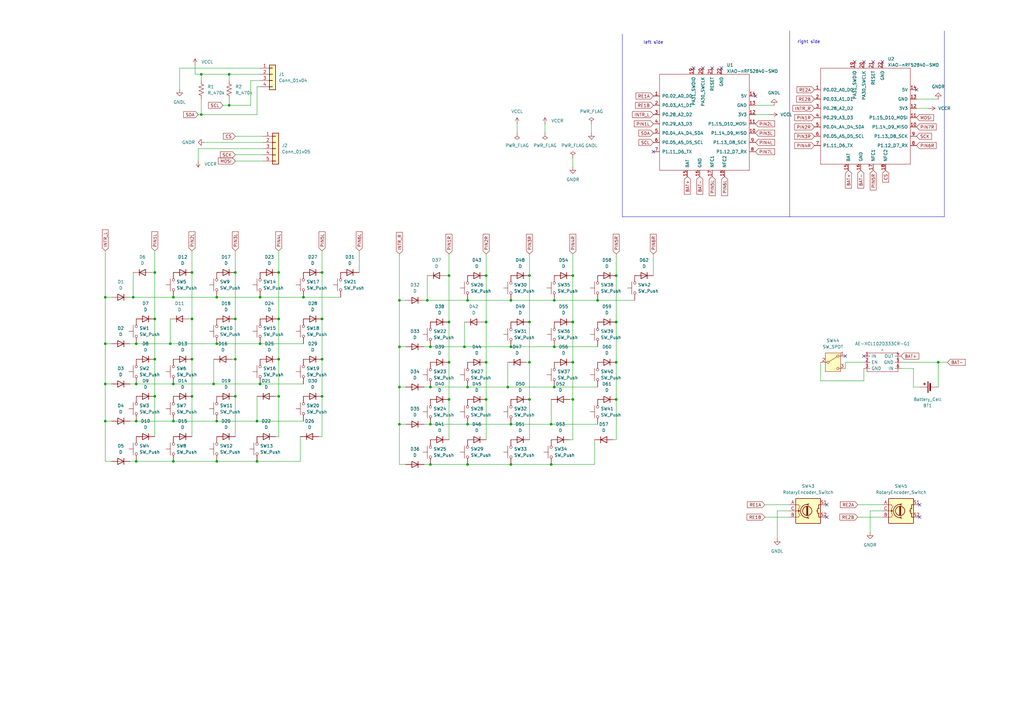
<source format=kicad_sch>
(kicad_sch (version 20250114) (generator "eeschema") (generator_version "9.0")
  (paper "A3")
  (text "left side\n" (exclude_from_sim yes) (at 267.97 17.526 0) (effects (font (size 1.27 1.27))))
  (text "right side" (exclude_from_sim yes) (at 331.724 17.272 0) (effects (font (size 1.27 1.27))))
  (junction (at 191.77 158.75))
  (junction (at 96.52 111.76))
  (junction (at 199.39 132.08))
  (junction (at 217.17 148.59))
  (junction (at 93.98 30.48))
  (junction (at 184.15 132.08))
  (junction (at 227.33 158.75))
  (junction (at 132.08 111.76))
  (junction (at 252.73 148.59))
  (junction (at 114.3 147.32))
  (junction (at 71.12 189.23))
  (junction (at 43.18 121.92))
  (junction (at 88.9 172.72))
  (junction (at 88.9 189.23))
  (junction (at 82.55 46.99))
  (junction (at 234.95 113.03))
  (junction (at 55.88 172.72))
  (junction (at 71.12 157.48))
  (junction (at 63.5 147.32))
  (junction (at 227.33 123.19))
  (junction (at 184.15 148.59))
  (junction (at 88.9 140.97))
  (junction (at 209.55 173.99))
  (junction (at 199.39 148.59))
  (junction (at 226.06 190.5))
  (junction (at 252.73 132.08))
  (junction (at 93.98 43.18))
  (junction (at 106.68 121.92))
  (junction (at 191.77 123.19))
  (junction (at 114.3 130.81))
  (junction (at 199.39 113.03))
  (junction (at 63.5 111.76))
  (junction (at 105.41 189.23))
  (junction (at 88.9 121.92))
  (junction (at 209.55 142.24))
  (junction (at 78.74 162.56))
  (junction (at 217.17 132.08))
  (junction (at 124.46 121.92))
  (junction (at 63.5 130.81))
  (junction (at 82.55 30.48))
  (junction (at 163.83 158.75))
  (junction (at 55.88 140.97))
  (junction (at 163.83 123.19))
  (junction (at 43.18 172.72))
  (junction (at 384.81 148.59))
  (junction (at 78.74 111.76))
  (junction (at 71.12 172.72))
  (junction (at 209.55 190.5))
  (junction (at 190.5 142.24))
  (junction (at 69.85 140.97))
  (junction (at 227.33 142.24))
  (junction (at 114.3 111.76))
  (junction (at 96.52 147.32))
  (junction (at 132.08 147.32))
  (junction (at 191.77 190.5))
  (junction (at 208.28 158.75))
  (junction (at 234.95 163.83))
  (junction (at 54.61 121.92))
  (junction (at 114.3 162.56))
  (junction (at 55.88 157.48))
  (junction (at 71.12 121.92))
  (junction (at 176.53 142.24))
  (junction (at 78.74 130.81))
  (junction (at 199.39 163.83))
  (junction (at 252.73 113.03))
  (junction (at 252.73 163.83))
  (junction (at 78.74 147.32))
  (junction (at 163.83 142.24))
  (junction (at 191.77 173.99))
  (junction (at 226.06 173.99))
  (junction (at 163.83 173.99))
  (junction (at 184.15 113.03))
  (junction (at 132.08 130.81))
  (junction (at 176.53 158.75))
  (junction (at 175.26 123.19))
  (junction (at 217.17 113.03))
  (junction (at 96.52 130.81))
  (junction (at 55.88 189.23))
  (junction (at 96.52 162.56))
  (junction (at 43.18 157.48))
  (junction (at 176.53 190.5))
  (junction (at 245.11 123.19))
  (junction (at 132.08 162.56))
  (junction (at 234.95 132.08))
  (junction (at 43.18 140.97))
  (junction (at 176.53 173.99))
  (junction (at 184.15 163.83))
  (junction (at 105.41 172.72))
  (junction (at 217.17 163.83))
  (junction (at 209.55 123.19))
  (junction (at 106.68 140.97))
  (junction (at 87.63 157.48))
  (junction (at 106.68 157.48))
  (junction (at 63.5 162.56))
  (junction (at 234.95 148.59))
  (no_connect (at 309.88 39.37))
  (no_connect (at 377.19 212.09))
  (no_connect (at 361.95 25.4))
  (no_connect (at 292.1 27.94))
  (no_connect (at 295.91 27.94))
  (no_connect (at 339.09 207.01))
  (no_connect (at 354.33 25.4))
  (no_connect (at 358.14 25.4))
  (no_connect (at 339.09 212.09))
  (no_connect (at 288.29 27.94))
  (no_connect (at 375.92 36.83))
  (no_connect (at 284.48 27.94))
  (no_connect (at 377.19 207.01))
  (no_connect (at 267.97 62.23))
  (no_connect (at 350.52 25.4))
  (no_connect (at 354.33 146.05))
  (no_connect (at 346.71 146.05))
  (wire (pts (xy 374.65 158.75) (xy 377.19 158.75)))
  (wire (pts (xy 209.55 123.19) (xy 227.33 123.19)))
  (wire (pts (xy 245.11 123.19) (xy 260.35 123.19)))
  (wire (pts (xy 217.17 104.14) (xy 217.17 113.03)))
  (wire (pts (xy 209.55 142.24) (xy 227.33 142.24)))
  (wire (pts (xy 102.87 33.02) (xy 106.68 33.02)))
  (wire (pts (xy 234.95 113.03) (xy 234.95 132.08)))
  (wire (pts (xy 82.55 46.99) (xy 81.28 46.99)))
  (wire (pts (xy 313.69 212.09) (xy 323.85 212.09)))
  (wire (pts (xy 351.79 207.01) (xy 361.95 207.01)))
  (wire (pts (xy 96.52 55.88) (xy 107.95 55.88)))
  (wire (pts (xy 163.83 173.99) (xy 166.37 173.99)))
  (wire (pts (xy 95.25 147.32) (xy 96.52 147.32)))
  (wire (pts (xy 184.15 132.08) (xy 184.15 148.59)))
  (wire (pts (xy 106.68 157.48) (xy 124.46 157.48)))
  (wire (pts (xy 199.39 163.83) (xy 199.39 180.34)))
  (wire (pts (xy 71.12 157.48) (xy 87.63 157.48)))
  (wire (pts (xy 132.08 179.07) (xy 130.81 179.07)))
  (wire (pts (xy 96.52 66.04) (xy 107.95 66.04)))
  (wire (pts (xy 43.18 140.97) (xy 43.18 157.48)))
  (wire (pts (xy 53.34 189.23) (xy 55.88 189.23)))
  (wire (pts (xy 132.08 130.81) (xy 132.08 147.32)))
  (wire (pts (xy 252.73 148.59) (xy 252.73 163.83)))
  (wire (pts (xy 96.52 130.81) (xy 96.52 147.32)))
  (wire (pts (xy 78.74 130.81) (xy 78.74 147.32)))
  (wire (pts (xy 87.63 147.32) (xy 87.63 157.48)))
  (wire (pts (xy 163.83 158.75) (xy 166.37 158.75)))
  (wire (pts (xy 184.15 104.14) (xy 184.15 113.03)))
  (wire (pts (xy 384.81 148.59) (xy 384.81 158.75)))
  (wire (pts (xy 53.34 140.97) (xy 55.88 140.97)))
  (wire (pts (xy 81.28 60.96) (xy 107.95 60.96)))
  (wire (pts (xy 82.55 40.64) (xy 82.55 46.99)))
  (wire (pts (xy 63.5 130.81) (xy 63.5 147.32)))
  (wire (pts (xy 212.09 54.61) (xy 212.09 50.8)))
  (wire (pts (xy 54.61 121.92) (xy 71.12 121.92)))
  (wire (pts (xy 93.98 30.48) (xy 93.98 33.02)))
  (wire (pts (xy 96.52 147.32) (xy 96.52 162.56)))
  (wire (pts (xy 78.74 102.87) (xy 78.74 111.76)))
  (wire (pts (xy 55.88 189.23) (xy 71.12 189.23)))
  (wire (pts (xy 88.9 172.72) (xy 105.41 172.72)))
  (wire (pts (xy 388.62 148.59) (xy 384.81 148.59)))
  (wire (pts (xy 82.55 30.48) (xy 80.01 30.48)))
  (polyline (pts (xy 323.85 12.7) (xy 323.85 88.9)))
  (wire (pts (xy 43.18 172.72) (xy 43.18 189.23)))
  (wire (pts (xy 163.83 104.14) (xy 163.83 123.19)))
  (wire (pts (xy 106.68 30.48) (xy 93.98 30.48)))
  (wire (pts (xy 80.01 26.67) (xy 80.01 30.48)))
  (wire (pts (xy 43.18 140.97) (xy 45.72 140.97)))
  (wire (pts (xy 209.55 173.99) (xy 226.06 173.99)))
  (wire (pts (xy 106.68 27.94) (xy 73.66 27.94)))
  (polyline (pts (xy 323.85 88.9) (xy 387.35 88.9)))
  (wire (pts (xy 163.83 123.19) (xy 163.83 142.24)))
  (wire (pts (xy 173.99 142.24) (xy 176.53 142.24)))
  (wire (pts (xy 105.41 46.99) (xy 105.41 35.56)))
  (wire (pts (xy 173.99 190.5) (xy 176.53 190.5)))
  (wire (pts (xy 199.39 113.03) (xy 199.39 132.08)))
  (wire (pts (xy 147.32 102.87) (xy 147.32 111.76)))
  (wire (pts (xy 102.87 43.18) (xy 93.98 43.18)))
  (wire (pts (xy 114.3 162.56) (xy 114.3 179.07)))
  (wire (pts (xy 309.88 46.99) (xy 316.23 46.99)))
  (wire (pts (xy 63.5 147.32) (xy 63.5 162.56)))
  (wire (pts (xy 78.74 111.76) (xy 78.74 130.81)))
  (wire (pts (xy 105.41 189.23) (xy 123.19 189.23)))
  (wire (pts (xy 252.73 163.83) (xy 252.73 180.34)))
  (polyline (pts (xy 255.27 88.9) (xy 323.85 88.9)))
  (wire (pts (xy 96.52 162.56) (xy 96.52 179.07)))
  (wire (pts (xy 191.77 190.5) (xy 209.55 190.5)))
  (wire (pts (xy 190.5 142.24) (xy 209.55 142.24)))
  (wire (pts (xy 88.9 140.97) (xy 106.68 140.97)))
  (wire (pts (xy 105.41 46.99) (xy 82.55 46.99)))
  (wire (pts (xy 87.63 157.48) (xy 106.68 157.48)))
  (wire (pts (xy 374.65 151.13) (xy 369.57 151.13)))
  (wire (pts (xy 62.23 111.76) (xy 63.5 111.76)))
  (wire (pts (xy 163.83 158.75) (xy 163.83 173.99)))
  (wire (pts (xy 208.28 158.75) (xy 227.33 158.75)))
  (wire (pts (xy 63.5 102.87) (xy 63.5 111.76)))
  (wire (pts (xy 132.08 162.56) (xy 132.08 179.07)))
  (wire (pts (xy 173.99 158.75) (xy 176.53 158.75)))
  (wire (pts (xy 354.33 151.13) (xy 354.33 156.21)))
  (wire (pts (xy 53.34 121.92) (xy 54.61 121.92)))
  (wire (pts (xy 375.92 44.45) (xy 381 44.45)))
  (wire (pts (xy 43.18 189.23) (xy 45.72 189.23)))
  (wire (pts (xy 182.88 113.03) (xy 184.15 113.03)))
  (wire (pts (xy 132.08 102.87) (xy 132.08 111.76)))
  (wire (pts (xy 82.55 30.48) (xy 82.55 33.02)))
  (wire (pts (xy 226.06 173.99) (xy 245.11 173.99)))
  (wire (pts (xy 217.17 113.03) (xy 217.17 132.08)))
  (wire (pts (xy 114.3 111.76) (xy 114.3 130.81)))
  (wire (pts (xy 114.3 130.81) (xy 114.3 147.32)))
  (wire (pts (xy 233.68 163.83) (xy 234.95 163.83)))
  (wire (pts (xy 233.68 180.34) (xy 234.95 180.34)))
  (wire (pts (xy 208.28 148.59) (xy 208.28 158.75)))
  (wire (pts (xy 163.83 190.5) (xy 166.37 190.5)))
  (wire (pts (xy 173.99 173.99) (xy 176.53 173.99)))
  (wire (pts (xy 175.26 123.19) (xy 191.77 123.19)))
  (wire (pts (xy 336.55 156.21) (xy 336.55 148.59)))
  (wire (pts (xy 96.52 102.87) (xy 96.52 111.76)))
  (wire (pts (xy 124.46 121.92) (xy 139.7 121.92)))
  (wire (pts (xy 105.41 162.56) (xy 105.41 172.72)))
  (wire (pts (xy 53.34 157.48) (xy 55.88 157.48)))
  (wire (pts (xy 43.18 102.87) (xy 43.18 121.92)))
  (wire (pts (xy 106.68 140.97) (xy 124.46 140.97)))
  (wire (pts (xy 176.53 190.5) (xy 191.77 190.5)))
  (wire (pts (xy 176.53 158.75) (xy 191.77 158.75)))
  (wire (pts (xy 78.74 147.32) (xy 78.74 162.56)))
  (wire (pts (xy 199.39 148.59) (xy 199.39 163.83)))
  (wire (pts (xy 93.98 30.48) (xy 82.55 30.48)))
  (wire (pts (xy 318.77 209.55) (xy 318.77 220.98)))
  (wire (pts (xy 184.15 113.03) (xy 184.15 132.08)))
  (wire (pts (xy 69.85 140.97) (xy 88.9 140.97)))
  (wire (pts (xy 199.39 104.14) (xy 199.39 113.03)))
  (wire (pts (xy 323.85 209.55) (xy 318.77 209.55)))
  (wire (pts (xy 234.95 104.14) (xy 234.95 113.03)))
  (wire (pts (xy 43.18 121.92) (xy 43.18 140.97)))
  (wire (pts (xy 191.77 173.99) (xy 209.55 173.99)))
  (wire (pts (xy 43.18 157.48) (xy 45.72 157.48)))
  (wire (pts (xy 252.73 180.34) (xy 251.46 180.34)))
  (wire (pts (xy 309.88 43.18) (xy 317.5 43.18)))
  (wire (pts (xy 227.33 123.19) (xy 245.11 123.19)))
  (wire (pts (xy 242.57 50.8) (xy 242.57 54.61)))
  (wire (pts (xy 354.33 156.21) (xy 336.55 156.21)))
  (wire (pts (xy 226.06 163.83) (xy 226.06 173.99)))
  (wire (pts (xy 81.28 66.04) (xy 81.28 60.96)))
  (wire (pts (xy 209.55 190.5) (xy 226.06 190.5)))
  (wire (pts (xy 63.5 162.56) (xy 63.5 179.07)))
  (wire (pts (xy 199.39 132.08) (xy 199.39 148.59)))
  (wire (pts (xy 71.12 189.23) (xy 88.9 189.23)))
  (wire (pts (xy 375.92 40.64) (xy 384.81 40.64)))
  (wire (pts (xy 43.18 121.92) (xy 45.72 121.92)))
  (wire (pts (xy 227.33 142.24) (xy 245.11 142.24)))
  (wire (pts (xy 54.61 111.76) (xy 54.61 121.92)))
  (wire (pts (xy 173.99 123.19) (xy 175.26 123.19)))
  (wire (pts (xy 106.68 121.92) (xy 124.46 121.92)))
  (wire (pts (xy 71.12 172.72) (xy 88.9 172.72)))
  (wire (pts (xy 102.87 33.02) (xy 102.87 43.18)))
  (wire (pts (xy 93.98 43.18) (xy 91.44 43.18)))
  (wire (pts (xy 252.73 104.14) (xy 252.73 113.03)))
  (wire (pts (xy 176.53 173.99) (xy 191.77 173.99)))
  (polyline (pts (xy 387.35 12.7) (xy 387.35 88.9)))
  (wire (pts (xy 217.17 148.59) (xy 217.17 163.83)))
  (wire (pts (xy 226.06 190.5) (xy 243.84 190.5)))
  (wire (pts (xy 43.18 157.48) (xy 43.18 172.72)))
  (wire (pts (xy 175.26 113.03) (xy 175.26 123.19)))
  (wire (pts (xy 53.34 172.72) (xy 55.88 172.72)))
  (wire (pts (xy 105.41 35.56) (xy 106.68 35.56)))
  (polyline (pts (xy 255.27 13.97) (xy 255.27 88.9)))
  (wire (pts (xy 55.88 172.72) (xy 71.12 172.72)))
  (wire (pts (xy 163.83 142.24) (xy 166.37 142.24)))
  (wire (pts (xy 223.52 54.61) (xy 223.52 50.8)))
  (wire (pts (xy 55.88 140.97) (xy 69.85 140.97)))
  (wire (pts (xy 77.47 130.81) (xy 78.74 130.81)))
  (wire (pts (xy 374.65 158.75) (xy 374.65 151.13)))
  (wire (pts (xy 163.83 142.24) (xy 163.83 158.75)))
  (wire (pts (xy 252.73 132.08) (xy 252.73 148.59)))
  (wire (pts (xy 163.83 123.19) (xy 166.37 123.19)))
  (wire (pts (xy 71.12 121.92) (xy 88.9 121.92)))
  (wire (pts (xy 384.81 148.59) (xy 369.57 148.59)))
  (wire (pts (xy 346.71 148.59) (xy 346.71 151.13)))
  (wire (pts (xy 43.18 172.72) (xy 45.72 172.72)))
  (wire (pts (xy 217.17 132.08) (xy 217.17 148.59)))
  (wire (pts (xy 163.83 173.99) (xy 163.83 190.5)))
  (wire (pts (xy 361.95 209.55) (xy 356.87 209.55)))
  (wire (pts (xy 234.95 148.59) (xy 234.95 163.83)))
  (wire (pts (xy 176.53 142.24) (xy 190.5 142.24)))
  (wire (pts (xy 114.3 102.87) (xy 114.3 111.76)))
  (wire (pts (xy 234.95 132.08) (xy 234.95 148.59)))
  (wire (pts (xy 356.87 209.55) (xy 356.87 218.44)))
  (wire (pts (xy 88.9 121.92) (xy 106.68 121.92)))
  (wire (pts (xy 132.08 111.76) (xy 132.08 130.81)))
  (wire (pts (xy 267.97 104.14) (xy 267.97 113.03)))
  (wire (pts (xy 105.41 172.72) (xy 124.46 172.72)))
  (wire (pts (xy 227.33 158.75) (xy 245.11 158.75)))
  (wire (pts (xy 252.73 113.03) (xy 252.73 132.08)))
  (wire (pts (xy 55.88 157.48) (xy 71.12 157.48)))
  (wire (pts (xy 73.66 27.94) (xy 73.66 36.83)))
  (wire (pts (xy 83.82 58.42) (xy 107.95 58.42)))
  (wire (pts (xy 234.95 163.83) (xy 234.95 180.34)))
  (wire (pts (xy 313.69 207.01) (xy 323.85 207.01)))
  (wire (pts (xy 114.3 147.32) (xy 114.3 162.56)))
  (wire (pts (xy 113.03 179.07) (xy 114.3 179.07)))
  (wire (pts (xy 69.85 130.81) (xy 69.85 140.97)))
  (wire (pts (xy 243.84 180.34) (xy 243.84 190.5)))
  (wire (pts (xy 123.19 179.07) (xy 123.19 189.23)))
  (wire (pts (xy 191.77 123.19) (xy 209.55 123.19)))
  (wire (pts (xy 215.9 148.59) (xy 217.17 148.59)))
  (wire (pts (xy 96.52 63.5) (xy 107.95 63.5)))
  (wire (pts (xy 96.52 111.76) (xy 96.52 130.81)))
  (wire (pts (xy 184.15 163.83) (xy 184.15 180.34)))
  (wire (pts (xy 132.08 147.32) (xy 132.08 162.56)))
  (wire (pts (xy 88.9 189.23) (xy 105.41 189.23)))
  (wire (pts (xy 354.33 148.59) (xy 346.71 148.59)))
  (wire (pts (xy 217.17 163.83) (xy 217.17 180.34)))
  (wire (pts (xy 191.77 158.75) (xy 208.28 158.75)))
  (wire (pts (xy 190.5 132.08) (xy 190.5 142.24)))
  (wire (pts (xy 234.95 64.77) (xy 234.95 68.58)))
  (wire (pts (xy 93.98 40.64) (xy 93.98 43.18)))
  (wire (pts (xy 113.03 162.56) (xy 114.3 162.56)))
  (wire (pts (xy 78.74 162.56) (xy 78.74 179.07)))
  (wire (pts (xy 63.5 111.76) (xy 63.5 130.81)))
  (wire (pts (xy 351.79 212.09) (xy 361.95 212.09)))
  (wire (pts (xy 198.12 132.08) (xy 199.39 132.08)))
  (wire (pts (xy 184.15 148.59) (xy 184.15 163.83)))
  (global_label "PIN2R" (shape input) (at 334.01 52.07 180) (property "Intersheetrefs" "${INTERSHEET_REFS}" (effects (hide yes))))
  (global_label "BAT-" (shape input) (at 388.62 148.59 0) (property "Intersheetrefs" "${INTERSHEET_REFS}" (effects (hide yes))))
  (global_label "PIN4R" (shape input) (at 334.01 59.69 180) (property "Intersheetrefs" "${INTERSHEET_REFS}" (effects (hide yes))))
  (global_label "CS" (shape input) (at 363.22 69.85 270) (property "Intersheetrefs" "${INTERSHEET_REFS}" (effects (hide yes))))
  (global_label "RE2A" (shape input) (at 334.01 36.83 180) (property "Intersheetrefs" "${INTERSHEET_REFS}" (effects (hide yes))))
  (global_label "RE1A" (shape input) (at 267.97 39.37 180) (property "Intersheetrefs" "${INTERSHEET_REFS}" (effects (hide yes))))
  (global_label "INTR_R" (shape input) (at 163.83 104.14 90) (property "Intersheetrefs" "${INTERSHEET_REFS}" (effects (hide yes))))
  (global_label "PIN3R" (shape input) (at 334.01 55.88 180) (property "Intersheetrefs" "${INTERSHEET_REFS}" (effects (hide yes))))
  (global_label "PIN4L" (shape input) (at 309.88 58.42 0) (property "Intersheetrefs" "${INTERSHEET_REFS}" (effects (hide yes))))
  (global_label "BAT+" (shape input) (at 369.57 146.05 0) (property "Intersheetrefs" "${INTERSHEET_REFS}" (effects (hide yes))))
  (global_label "PIN5R" (shape input) (at 358.14 69.85 270) (property "Intersheetrefs" "${INTERSHEET_REFS}" (effects (hide yes))))
  (global_label "PIN1L" (shape input) (at 63.5 102.87 90) (property "Intersheetrefs" "${INTERSHEET_REFS}" (effects (hide yes))))
  (global_label "PIN6R" (shape input) (at 267.97 104.14 90) (property "Intersheetrefs" "${INTERSHEET_REFS}" (effects (hide yes))))
  (global_label "BAT+" (shape input) (at 347.98 69.85 270) (property "Intersheetrefs" "${INTERSHEET_REFS}" (effects (hide yes))))
  (global_label "CS" (shape input) (at 96.52 55.88 180) (property "Intersheetrefs" "${INTERSHEET_REFS}" (effects (hide yes))))
  (global_label "PIN1R" (shape input) (at 184.15 104.14 90) (property "Intersheetrefs" "${INTERSHEET_REFS}" (effects (hide yes))))
  (global_label "RE2B" (shape input) (at 334.01 40.64 180) (property "Intersheetrefs" "${INTERSHEET_REFS}" (effects (hide yes))))
  (global_label "RE1B" (shape input) (at 313.69 212.09 180) (property "Intersheetrefs" "${INTERSHEET_REFS}" (effects (hide yes))))
  (global_label "PIN2R" (shape input) (at 199.39 104.14 90) (property "Intersheetrefs" "${INTERSHEET_REFS}" (effects (hide yes))))
  (global_label "PIN6L" (shape input) (at 147.32 102.87 90) (property "Intersheetrefs" "${INTERSHEET_REFS}" (effects (hide yes))))
  (global_label "INTR_L" (shape input) (at 43.18 102.87 90) (property "Intersheetrefs" "${INTERSHEET_REFS}" (effects (hide yes))))
  (global_label "PIN1R" (shape input) (at 334.01 48.26 180) (property "Intersheetrefs" "${INTERSHEET_REFS}" (effects (hide yes))))
  (global_label "SCL" (shape input) (at 267.97 58.42 180) (property "Intersheetrefs" "${INTERSHEET_REFS}" (effects (hide yes))))
  (global_label "PIN2L" (shape input) (at 309.88 50.8 0) (property "Intersheetrefs" "${INTERSHEET_REFS}" (effects (hide yes))))
  (global_label "PIN3L" (shape input) (at 309.88 54.61 0) (property "Intersheetrefs" "${INTERSHEET_REFS}" (effects (hide yes))))
  (global_label "BAT-" (shape input) (at 287.02 72.39 270) (property "Intersheetrefs" "${INTERSHEET_REFS}" (effects (hide yes))))
  (global_label "BAT-" (shape input) (at 353.06 69.85 270) (property "Intersheetrefs" "${INTERSHEET_REFS}" (effects (hide yes))))
  (global_label "PIN2L" (shape input) (at 78.74 102.87 90) (property "Intersheetrefs" "${INTERSHEET_REFS}" (effects (hide yes))))
  (global_label "RE2B" (shape input) (at 351.79 212.09 180) (property "Intersheetrefs" "${INTERSHEET_REFS}" (effects (hide yes))))
  (global_label "BAT+" (shape input) (at 281.94 72.39 270) (property "Intersheetrefs" "${INTERSHEET_REFS}" (effects (hide yes))))
  (global_label "RE2A" (shape input) (at 351.79 207.01 180) (property "Intersheetrefs" "${INTERSHEET_REFS}" (effects (hide yes))))
  (global_label "PIN5L" (shape input) (at 132.08 102.87 90) (property "Intersheetrefs" "${INTERSHEET_REFS}" (effects (hide yes))))
  (global_label "SCK" (shape input) (at 96.52 63.5 180) (property "Intersheetrefs" "${INTERSHEET_REFS}" (effects (hide yes))))
  (global_label "MOSI" (shape input) (at 96.52 66.04 180) (property "Intersheetrefs" "${INTERSHEET_REFS}" (effects (hide yes))))
  (global_label "PIN4R" (shape input) (at 234.95 104.14 90) (property "Intersheetrefs" "${INTERSHEET_REFS}" (effects (hide yes))))
  (global_label "PIN7L" (shape input) (at 309.88 62.23 0) (property "Intersheetrefs" "${INTERSHEET_REFS}" (effects (hide yes))))
  (global_label "PIN7R" (shape input) (at 375.92 52.07 0) (property "Intersheetrefs" "${INTERSHEET_REFS}" (effects (hide yes))))
  (global_label "SDA" (shape input) (at 81.28 46.99 180) (property "Intersheetrefs" "${INTERSHEET_REFS}" (effects (hide yes))))
  (global_label "SDA" (shape input) (at 267.97 54.61 180) (property "Intersheetrefs" "${INTERSHEET_REFS}" (effects (hide yes))))
  (global_label "PIN4L" (shape input) (at 114.3 102.87 90) (property "Intersheetrefs" "${INTERSHEET_REFS}" (effects (hide yes))))
  (global_label "RE1A" (shape input) (at 313.69 207.01 180) (property "Intersheetrefs" "${INTERSHEET_REFS}" (effects (hide yes))))
  (global_label "PIN3L" (shape input) (at 96.52 102.87 90) (property "Intersheetrefs" "${INTERSHEET_REFS}" (effects (hide yes))))
  (global_label "INTR_L" (shape input) (at 267.97 46.99 180) (property "Intersheetrefs" "${INTERSHEET_REFS}" (effects (hide yes))))
  (global_label "SCK" (shape input) (at 375.92 55.88 0) (property "Intersheetrefs" "${INTERSHEET_REFS}" (effects (hide yes))))
  (global_label "PIN5L" (shape input) (at 292.1 72.39 270) (property "Intersheetrefs" "${INTERSHEET_REFS}" (effects (hide yes))))
  (global_label "MOSI" (shape input) (at 375.92 48.26 0) (property "Intersheetrefs" "${INTERSHEET_REFS}" (effects (hide yes))))
  (global_label "PIN3R" (shape input) (at 217.17 104.14 90) (property "Intersheetrefs" "${INTERSHEET_REFS}" (effects (hide yes))))
  (global_label "PIN1L" (shape input) (at 267.97 50.8 180) (property "Intersheetrefs" "${INTERSHEET_REFS}" (effects (hide yes))))
  (global_label "PIN6R" (shape input) (at 375.92 59.69 0) (property "Intersheetrefs" "${INTERSHEET_REFS}" (effects (hide yes))))
  (global_label "RE1B" (shape input) (at 267.97 43.18 180) (property "Intersheetrefs" "${INTERSHEET_REFS}" (effects (hide yes))))
  (global_label "INTR_R" (shape input) (at 334.01 44.45 180) (property "Intersheetrefs" "${INTERSHEET_REFS}" (effects (hide yes))))
  (global_label "PIN5R" (shape input) (at 252.73 104.14 90) (property "Intersheetrefs" "${INTERSHEET_REFS}" (effects (hide yes))))
  (global_label "PIN6L" (shape input) (at 297.18 72.39 270) (property "Intersheetrefs" "${INTERSHEET_REFS}" (effects (hide yes))))
  (global_label "SCL" (shape input) (at 91.44 43.18 180) (property "Intersheetrefs" "${INTERSHEET_REFS}" (effects (hide yes))))
  (symbol (lib_id "Switch:SW_Push") (at 71.12 184.15 90) (unit 1)
    (property "Reference" "SW8" (at 72.39 182.8799 90) (effects (justify right)))
    (property "Value" "SW_Push" (at 72.39 185.4199 90) (effects (justify right)))
    (property "Footprint" "kicad-lib:Choc_v2_Hotswap_1u_16.6" (effects (hide yes)))
    (property "Description" "Push button switch, generic, two pins" (effects (hide yes)))
  )
  (symbol (lib_id "xiao:XIAO-nRF52840-SMD") (at 289.56 50.8 0) (unit 1)
    (property "Reference" "U1" (at 298.0533 26.67 0) (effects (justify left)))
    (property "Value" "XIAO-nRF52840-SMD" (at 298.0533 29.21 0) (effects (justify left)))
    (property "Footprint" "xiao:XIAO-nRF52840-SMD" (effects (hide yes)))
  )
  (symbol (lib_id "Device:D") (at 231.14 148.59 180) (unit 1)
    (property "Reference" "D56" (at 231.14 142.24 0))
    (property "Value" "D" (at 231.14 144.78 0))
    (property "Footprint" "kbd_Parts:Diode_SMD" (effects (hide yes)))
    (property "Description" "Diode" (effects (hide yes)))
    (property "Sim.Device" "D" (effects (hide yes)))
    (property "Sim.Pins" "1=K 2=A" (effects (hide yes)))
  )
  (symbol (lib_id "power:VCC") (at 81.28 66.04 180) (unit 1)
    (property "Reference" "#PWR03" (effects (hide yes)))
    (property "Value" "VCCR" (at 83.82 67.3099 0) (effects (justify right)))
    (property "Description" "Power symbol creates a global label with name \"VCC\"" (effects (hide yes)))
  )
  (symbol (lib_id "Device:R_US") (at 82.55 36.83 0) (unit 1)
    (property "Reference" "R1" (at 85.09 35.5599 0) (effects (justify left)))
    (property "Value" "R_470k" (at 85.09 38.0999 0) (effects (justify left)))
    (property "Footprint" "Resistor_THT:R_Axial_DIN0204_L3.6mm_D1.6mm_P5.08mm_Horizontal" (effects (hide yes)))
    (property "Description" "Resistor, US symbol" (effects (hide yes)))
  )
  (symbol (lib_id "Device:D") (at 128.27 130.81 180) (unit 1)
    (property "Reference" "D28" (at 128.27 124.46 0))
    (property "Value" "D" (at 128.27 127 0))
    (property "Footprint" "kbd_Parts:Diode_SMD" (effects (hide yes)))
    (property "Description" "Diode" (effects (hide yes)))
    (property "Sim.Device" "D" (effects (hide yes)))
    (property "Sim.Pins" "1=K 2=A" (effects (hide yes)))
  )
  (symbol (lib_id "Connector_Generic:Conn_01x05") (at 113.03 60.96 0) (unit 1)
    (property "Reference" "J2" (at 115.57 59.6899 0) (effects (justify left)))
    (property "Value" "Conn_01x05" (at 115.57 62.2299 0) (effects (justify left)))
    (property "Footprint" "Connector_PinHeader_2.54mm:PinHeader_1x05_P2.54mm_Vertical" (effects (hide yes)))
    (property "Description" "Generic connector, single row, 01x05, script generated (kicad-library-utils/schlib/autogen/connector/)" (effects (hide yes)))
  )
  (symbol (lib_id "Device:D") (at 74.93 162.56 180) (unit 1)
    (property "Reference" "D14" (at 74.93 156.21 0))
    (property "Value" "D" (at 74.93 158.75 0))
    (property "Footprint" "kbd_Parts:Diode_SMD" (effects (hide yes)))
    (property "Description" "Diode" (effects (hide yes)))
    (property "Sim.Device" "D" (effects (hide yes)))
    (property "Sim.Pins" "1=K 2=A" (effects (hide yes)))
  )
  (symbol (lib_id "Device:D") (at 180.34 163.83 180) (unit 1)
    (property "Reference" "D40" (at 180.34 157.48 0))
    (property "Value" "D" (at 180.34 160.02 0))
    (property "Footprint" "kbd_Parts:Diode_SMD" (effects (hide yes)))
    (property "Description" "Diode" (effects (hide yes)))
    (property "Sim.Device" "D" (effects (hide yes)))
    (property "Sim.Pins" "1=K 2=A" (effects (hide yes)))
  )
  (symbol (lib_id "Switch:SW_Push") (at 209.55 137.16 90) (unit 1)
    (property "Reference" "SW31" (at 210.82 135.8899 90) (effects (justify right)))
    (property "Value" "SW_Push" (at 210.82 138.4299 90) (effects (justify right)))
    (property "Footprint" "kicad-lib:Choc_v2_Hotswap_1u_16.6" (effects (hide yes)))
    (property "Description" "Push button switch, generic, two pins" (effects (hide yes)))
  )
  (symbol (lib_id "Switch:SW_Push") (at 124.46 152.4 90) (unit 1)
    (property "Reference" "SW19" (at 125.73 151.1299 90) (effects (justify right)))
    (property "Value" "SW_Push" (at 125.73 153.6699 90) (effects (justify right)))
    (property "Footprint" "kicad-lib:Choc_v2_Hotswap_1u_16.6" (effects (hide yes)))
    (property "Description" "Push button switch, generic, two pins" (effects (hide yes)))
  )
  (symbol (lib_id "Device:D") (at 229.87 163.83 0) (unit 1)
    (property "Reference" "D52" (at 229.87 157.48 0))
    (property "Value" "D" (at 229.87 160.02 0))
    (property "Footprint" "kbd_Parts:Diode_SMD" (effects (hide yes)))
    (property "Description" "Diode" (effects (hide yes)))
    (property "Sim.Device" "D" (effects (hide yes)))
    (property "Sim.Pins" "1=K 2=A" (effects (hide yes)))
  )
  (symbol (lib_id "Device:D") (at 92.71 130.81 180) (unit 1)
    (property "Reference" "D18" (at 92.71 124.46 0))
    (property "Value" "D" (at 92.71 127 0))
    (property "Footprint" "kbd_Parts:Diode_SMD" (effects (hide yes)))
    (property "Description" "Diode" (effects (hide yes)))
    (property "Sim.Device" "D" (effects (hide yes)))
    (property "Sim.Pins" "1=K 2=A" (effects (hide yes)))
  )
  (symbol (lib_id "Switch:SW_Push") (at 55.88 167.64 90) (unit 1)
    (property "Reference" "SW3" (at 57.15 166.3699 90) (effects (justify right)))
    (property "Value" "SW_Push" (at 57.15 168.9099 90) (effects (justify right)))
    (property "Footprint" "kicad-lib:Choc_v2_Hotswap_1u_16.6" (effects (hide yes)))
    (property "Description" "Push button switch, generic, two pins" (effects (hide yes)))
  )
  (symbol (lib_id "Switch:SW_Push") (at 124.46 116.84 90) (unit 1)
    (property "Reference" "SW17" (at 125.73 115.5699 90) (effects (justify right)))
    (property "Value" "SW_Push" (at 125.73 118.1099 90) (effects (justify right)))
    (property "Footprint" "kicad-lib:Choc_v2_Hotswap_1u_16.6" (effects (hide yes)))
    (property "Description" "Push button switch, generic, two pins" (effects (hide yes)))
  )
  (symbol (lib_id "Device:D") (at 110.49 111.76 180) (unit 1)
    (property "Reference" "D23" (at 110.49 105.41 0))
    (property "Value" "D" (at 110.49 107.95 0))
    (property "Footprint" "kbd_Parts:Diode_SMD" (effects (hide yes)))
    (property "Description" "Diode" (effects (hide yes)))
    (property "Sim.Device" "D" (effects (hide yes)))
    (property "Sim.Pins" "1=K 2=A" (effects (hide yes)))
  )
  (symbol (lib_id "Device:D") (at 170.18 158.75 180) (unit 1)
    (property "Reference" "D34" (at 170.18 152.4 0))
    (property "Value" "D" (at 170.18 154.94 0))
    (property "Footprint" "kbd_Parts:Diode_SMD" (effects (hide yes)))
    (property "Description" "Diode" (effects (hide yes)))
    (property "Sim.Device" "D" (effects (hide yes)))
    (property "Sim.Pins" "1=K 2=A" (effects (hide yes)))
  )
  (symbol (lib_id "power:VCC") (at 212.09 50.8 0) (unit 1)
    (property "Reference" "#PWR05" (effects (hide yes)))
    (property "Value" "VCCL" (at 212.09 45.72 0))
    (property "Description" "Power symbol creates a global label with name \"VCC\"" (effects (hide yes)))
  )
  (symbol (lib_id "Device:D") (at 247.65 180.34 0) (unit 1)
    (property "Reference" "D57" (at 247.65 173.99 0))
    (property "Value" "D" (at 247.65 176.53 0))
    (property "Footprint" "kbd_Parts:Diode_SMD" (effects (hide yes)))
    (property "Description" "Diode" (effects (hide yes)))
    (property "Sim.Device" "D" (effects (hide yes)))
    (property "Sim.Pins" "1=K 2=A" (effects (hide yes)))
  )
  (symbol (lib_id "Switch:SW_Push") (at 191.77 118.11 90) (unit 1)
    (property "Reference" "SW26" (at 193.04 116.8399 90) (effects (justify right)))
    (property "Value" "SW_Push" (at 193.04 119.3799 90) (effects (justify right)))
    (property "Footprint" "kicad-lib:Choc_v2_Hotswap_1u_16.6" (effects (hide yes)))
    (property "Description" "Push button switch, generic, two pins" (effects (hide yes)))
  )
  (symbol (lib_id "Device:D") (at 58.42 111.76 0) (unit 1)
    (property "Reference" "D6" (at 58.42 105.41 0))
    (property "Value" "D" (at 58.42 107.95 0))
    (property "Footprint" "kbd_Parts:Diode_SMD" (effects (hide yes)))
    (property "Description" "Diode" (effects (hide yes)))
    (property "Sim.Device" "D" (effects (hide yes)))
    (property "Sim.Pins" "1=K 2=A" (effects (hide yes)))
  )
  (symbol (lib_id "Switch:SW_Push") (at 71.12 116.84 90) (unit 1)
    (property "Reference" "SW5" (at 72.39 115.5699 90) (effects (justify right)))
    (property "Value" "SW_Push" (at 72.39 118.1099 90) (effects (justify right)))
    (property "Footprint" "kicad-lib:Choc_v2_Hotswap_1u_16.6" (effects (hide yes)))
    (property "Description" "Push button switch, generic, two pins" (effects (hide yes)))
  )
  (symbol (lib_id "Device:RotaryEncoder_Switch") (at 331.47 209.55 0) (unit 1)
    (property "Reference" "SW43" (at 331.47 199.39 0))
    (property "Value" "RotaryEncoder_Switch" (at 331.47 201.93 0))
    (property "Footprint" "kbd_Parts:RotaryEncoder_EC12E" (effects (hide yes)))
    (property "Description" "Rotary encoder, dual channel, incremental quadrate outputs, with switch" (effects (hide yes)))
  )
  (symbol (lib_id "Switch:SW_Push") (at 176.53 168.91 90) (unit 1)
    (property "Reference" "SW24" (at 177.8 167.6399 90) (effects (justify right)))
    (property "Value" "SW_Push" (at 177.8 170.1799 90) (effects (justify right)))
    (property "Footprint" "kicad-lib:Choc_v2_Hotswap_1u_16.6" (effects (hide yes)))
    (property "Description" "Push button switch, generic, two pins" (effects (hide yes)))
  )
  (symbol (lib_id "Switch:SW_Push") (at 176.53 137.16 90) (unit 1)
    (property "Reference" "SW22" (at 177.8 135.8899 90) (effects (justify right)))
    (property "Value" "SW_Push" (at 177.8 138.4299 90) (effects (justify right)))
    (property "Footprint" "kicad-lib:Choc_v2_Hotswap_1u_16.6" (effects (hide yes)))
    (property "Description" "Push button switch, generic, two pins" (effects (hide yes)))
  )
  (symbol (lib_id "power:GND") (at 73.66 36.83 0) (unit 1)
    (property "Reference" "#PWR01" (effects (hide yes)))
    (property "Value" "GNDL" (at 73.66 41.91 0))
    (property "Description" "Power symbol creates a global label with name \"GND\" , ground" (effects (hide yes)))
  )
  (symbol (lib_id "Switch:SW_Push") (at 88.9 184.15 90) (unit 1)
    (property "Reference" "SW12" (at 90.17 182.8799 90) (effects (justify right)))
    (property "Value" "SW_Push" (at 90.17 185.4199 90) (effects (justify right)))
    (property "Footprint" "kicad-lib:Choc_v2_Hotswap_1u_16.6" (effects (hide yes)))
    (property "Description" "Push button switch, generic, two pins" (effects (hide yes)))
  )
  (symbol (lib_id "power:VCC") (at 80.01 26.67 0) (unit 1)
    (property "Reference" "#PWR02" (effects (hide yes)))
    (property "Value" "VCCL" (at 82.55 25.3999 0) (effects (justify left)))
    (property "Description" "Power symbol creates a global label with name \"VCC\"" (effects (hide yes)))
  )
  (symbol (lib_id "Switch:SW_Push") (at 71.12 152.4 90) (unit 1)
    (property "Reference" "SW6" (at 72.39 151.1299 90) (effects (justify right)))
    (property "Value" "SW_Push" (at 72.39 153.6699 90) (effects (justify right)))
    (property "Footprint" "kicad-lib:Choc_v2_Hotswap_1u_16.6" (effects (hide yes)))
    (property "Description" "Push button switch, generic, two pins" (effects (hide yes)))
  )
  (symbol (lib_id "Switch:SW_Push") (at 139.7 116.84 90) (unit 1)
    (property "Reference" "SW21" (at 140.97 115.5699 90) (effects (justify right)))
    (property "Value" "SW_Push" (at 140.97 118.1099 90) (effects (justify right)))
    (property "Footprint" "kicad-lib:Choc_v2_Hotswap_1u_16.6" (effects (hide yes)))
    (property "Description" "Push button switch, generic, two pins" (effects (hide yes)))
  )
  (symbol (lib_id "Device:D") (at 143.51 111.76 180) (unit 1)
    (property "Reference" "D31" (at 143.51 105.41 0))
    (property "Value" "D" (at 143.51 107.95 0))
    (property "Footprint" "kbd_Parts:Diode_SMD" (effects (hide yes)))
    (property "Description" "Diode" (effects (hide yes)))
    (property "Sim.Device" "D" (effects (hide yes)))
    (property "Sim.Pins" "1=K 2=A" (effects (hide yes)))
  )
  (symbol (lib_id "Switch:SW_Push") (at 55.88 135.89 90) (unit 1)
    (property "Reference" "SW1" (at 57.15 134.6199 90) (effects (justify right)))
    (property "Value" "SW_Push" (at 57.15 137.1599 90) (effects (justify right)))
    (property "Footprint" "kicad-lib:Choc_v2_Hotswap_1u_16.6" (effects (hide yes)))
    (property "Description" "Push button switch, generic, two pins" (effects (hide yes)))
  )
  (symbol (lib_id "Switch:SW_Push") (at 191.77 168.91 90) (unit 1)
    (property "Reference" "SW28" (at 193.04 167.6399 90) (effects (justify right)))
    (property "Value" "SW_Push" (at 193.04 170.1799 90) (effects (justify right)))
    (property "Footprint" "kicad-lib:Choc_v2_Hotswap_1u_16.6" (effects (hide yes)))
    (property "Description" "Push button switch, generic, two pins" (effects (hide yes)))
  )
  (symbol (lib_id "Switch:SW_Push") (at 124.46 167.64 90) (unit 1)
    (property "Reference" "SW20" (at 125.73 166.3699 90) (effects (justify right)))
    (property "Value" "SW_Push" (at 125.73 168.9099 90) (effects (justify right)))
    (property "Footprint" "kicad-lib:Choc_v2_Hotswap_1u_16.6" (effects (hide yes)))
    (property "Description" "Push button switch, generic, two pins" (effects (hide yes)))
  )
  (symbol (lib_id "Device:D") (at 110.49 130.81 180) (unit 1)
    (property "Reference" "D24" (at 110.49 124.46 0))
    (property "Value" "D" (at 110.49 127 0))
    (property "Footprint" "kbd_Parts:Diode_SMD" (effects (hide yes)))
    (property "Description" "Diode" (effects (hide yes)))
    (property "Sim.Device" "D" (effects (hide yes)))
    (property "Sim.Pins" "1=K 2=A" (effects (hide yes)))
  )
  (symbol (lib_id "Device:D") (at 213.36 180.34 180) (unit 1)
    (property "Reference" "D51" (at 213.36 173.99 0))
    (property "Value" "D" (at 213.36 176.53 0))
    (property "Footprint" "kbd_Parts:Diode_SMD" (effects (hide yes)))
    (property "Description" "Diode" (effects (hide yes)))
    (property "Sim.Device" "D" (effects (hide yes)))
    (property "Sim.Pins" "1=K 2=A" (effects (hide yes)))
  )
  (symbol (lib_id "Device:D") (at 170.18 142.24 180) (unit 1)
    (property "Reference" "D33" (at 170.18 135.89 0))
    (property "Value" "D" (at 170.18 138.43 0))
    (property "Footprint" "kbd_Parts:Diode_SMD" (effects (hide yes)))
    (property "Description" "Diode" (effects (hide yes)))
    (property "Sim.Device" "D" (effects (hide yes)))
    (property "Sim.Pins" "1=K 2=A" (effects (hide yes)))
  )
  (symbol (lib_id "Device:D") (at 49.53 189.23 180) (unit 1)
    (property "Reference" "D5" (at 49.53 182.88 0))
    (property "Value" "D" (at 49.53 185.42 0))
    (property "Footprint" "kbd_Parts:Diode_SMD" (effects (hide yes)))
    (property "Description" "Diode" (effects (hide yes)))
    (property "Sim.Device" "D" (effects (hide yes)))
    (property "Sim.Pins" "1=K 2=A" (effects (hide yes)))
  )
  (symbol (lib_id "Device:D") (at 109.22 179.07 180) (unit 1)
    (property "Reference" "D22" (at 109.22 172.72 0))
    (property "Value" "D" (at 109.22 175.26 0))
    (property "Footprint" "kbd_Parts:Diode_SMD" (effects (hide yes)))
    (property "Description" "Diode" (effects (hide yes)))
    (property "Sim.Device" "D" (effects (hide yes)))
    (property "Sim.Pins" "1=K 2=A" (effects (hide yes)))
  )
  (symbol (lib_id "Device:D") (at 212.09 148.59 0) (unit 1)
    (property "Reference" "D47" (at 212.09 142.24 0))
    (property "Value" "D" (at 212.09 144.78 0))
    (property "Footprint" "kbd_Parts:Diode_SMD" (effects (hide yes)))
    (property "Description" "Diode" (effects (hide yes)))
    (property "Sim.Device" "D" (effects (hide yes)))
    (property "Sim.Pins" "1=K 2=A" (effects (hide yes)))
  )
  (symbol (lib_id "Switch:SW_Push") (at 245.11 168.91 90) (unit 1)
    (property "Reference" "SW41" (at 246.38 167.6399 90) (effects (justify right)))
    (property "Value" "SW_Push" (at 246.38 170.1799 90) (effects (justify right)))
    (property "Footprint" "kicad-lib:Choc_v2_Hotswap_1u_16.6" (effects (hide yes)))
    (property "Description" "Push button switch, generic, two pins" (effects (hide yes)))
  )
  (symbol (lib_id "power:GND") (at 356.87 218.44 0) (unit 1)
    (property "Reference" "#PWR012" (effects (hide yes)))
    (property "Value" "GNDR" (at 356.87 223.52 0))
    (property "Description" "Power symbol creates a global label with name \"GND\" , ground" (effects (hide yes)))
  )
  (symbol (lib_id "Device:D") (at 170.18 123.19 180) (unit 1)
    (property "Reference" "D32" (at 170.18 116.84 0))
    (property "Value" "D" (at 170.18 119.38 0))
    (property "Footprint" "kbd_Parts:Diode_SMD" (effects (hide yes)))
    (property "Description" "Diode" (effects (hide yes)))
    (property "Sim.Device" "D" (effects (hide yes)))
    (property "Sim.Pins" "1=K 2=A" (effects (hide yes)))
  )
  (symbol (lib_id "Device:Battery_Cell") (at 382.27 158.75 90) (unit 1)
    (property "Reference" "BT1" (at 380.4285 166.37 90))
    (property "Value" "Battery_Cell" (at 380.4285 163.83 90))
    (property "Footprint" "Battery:BatteryHolder_Keystone_2460_1xAA" (effects (hide yes)))
    (property "Description" "Single-cell battery" (effects (hide yes)))
  )
  (symbol (lib_id "Device:D") (at 49.53 172.72 180) (unit 1)
    (property "Reference" "D4" (at 49.53 166.37 0))
    (property "Value" "D" (at 49.53 168.91 0))
    (property "Footprint" "kbd_Parts:Diode_SMD" (effects (hide yes)))
    (property "Description" "Diode" (effects (hide yes)))
    (property "Sim.Device" "D" (effects (hide yes)))
    (property "Sim.Pins" "1=K 2=A" (effects (hide yes)))
  )
  (symbol (lib_id "Device:D") (at 248.92 148.59 180) (unit 1)
    (property "Reference" "D60" (at 248.92 142.24 0))
    (property "Value" "D" (at 248.92 144.78 0))
    (property "Footprint" "kbd_Parts:Diode_SMD" (effects (hide yes)))
    (property "Description" "Diode" (effects (hide yes)))
    (property "Sim.Device" "D" (effects (hide yes)))
    (property "Sim.Pins" "1=K 2=A" (effects (hide yes)))
  )
  (symbol (lib_id "Switch:SW_Push") (at 88.9 116.84 90) (unit 1)
    (property "Reference" "SW9" (at 90.17 115.5699 90) (effects (justify right)))
    (property "Value" "SW_Push" (at 90.17 118.1099 90) (effects (justify right)))
    (property "Footprint" "kicad-lib:Choc_v2_Hotswap_1u_16.6" (effects (hide yes)))
    (property "Description" "Push button switch, generic, two pins" (effects (hide yes)))
  )
  (symbol (lib_id "Connector_Generic:Conn_01x04") (at 111.76 30.48 0) (unit 1)
    (property "Reference" "J1" (at 114.3 30.4799 0) (effects (justify left)))
    (property "Value" "Conn_01x04" (at 114.3 33.0199 0) (effects (justify left)))
    (property "Footprint" "Connector_PinSocket_2.54mm:PinSocket_1x04_P2.54mm_Vertical" (effects (hide yes)))
    (property "Description" "Generic connector, single row, 01x04, script generated (kicad-library-utils/schlib/autogen/connector/)" (effects (hide yes)))
  )
  (symbol (lib_id "Switch:SW_Push") (at 106.68 135.89 90) (unit 1)
    (property "Reference" "SW15" (at 107.95 134.6199 90) (effects (justify right)))
    (property "Value" "SW_Push" (at 107.95 137.1599 90) (effects (justify right)))
    (property "Footprint" "kicad-lib:Choc_v2_Hotswap_1u_16.6" (effects (hide yes)))
    (property "Description" "Push button switch, generic, two pins" (effects (hide yes)))
  )
  (symbol (lib_id "power:GND") (at 83.82 58.42 270) (unit 1)
    (property "Reference" "#PWR04" (effects (hide yes)))
    (property "Value" "GNDR" (at 80.01 58.4199 90) (effects (justify right)))
    (property "Description" "Power symbol creates a global label with name \"GND\" , ground" (effects (hide yes)))
  )
  (symbol (lib_id "Switch:SW_Push") (at 209.55 168.91 90) (unit 1)
    (property "Reference" "SW32" (at 210.82 167.6399 90) (effects (justify right)))
    (property "Value" "SW_Push" (at 210.82 170.1799 90) (effects (justify right)))
    (property "Footprint" "kicad-lib:Choc_v2_Hotswap_1u_16.6" (effects (hide yes)))
    (property "Description" "Push button switch, generic, two pins" (effects (hide yes)))
  )
  (symbol (lib_id "Switch:SW_Push") (at 226.06 185.42 90) (unit 1)
    (property "Reference" "SW34" (at 227.33 184.1499 90) (effects (justify right)))
    (property "Value" "SW_Push" (at 227.33 186.6899 90) (effects (justify right)))
    (property "Footprint" "kicad-lib:Choc_v2_Hotswap_1u_16.6" (effects (hide yes)))
    (property "Description" "Push button switch, generic, two pins" (effects (hide yes)))
  )
  (symbol (lib_id "Switch:SW_Push") (at 209.55 118.11 90) (unit 1)
    (property "Reference" "SW30" (at 210.82 116.8399 90) (effects (justify right)))
    (property "Value" "SW_Push" (at 210.82 119.3799 90) (effects (justify right)))
    (property "Footprint" "kicad-lib:Choc_v2_Hotswap_1u_16.6" (effects (hide yes)))
    (property "Description" "Push button switch, generic, two pins" (effects (hide yes)))
  )
  (symbol (lib_id "Device:RotaryEncoder_Switch") (at 369.57 209.55 0) (unit 1)
    (property "Reference" "SW45" (at 369.57 199.39 0))
    (property "Value" "RotaryEncoder_Switch" (at 369.57 201.93 0))
    (property "Footprint" "kbd_Parts:RotaryEncoder_EC12E" (effects (hide yes)))
    (property "Description" "Rotary encoder, dual channel, incremental quadrate outputs, with switch" (effects (hide yes)))
  )
  (symbol (lib_id "Device:D") (at 195.58 113.03 180) (unit 1)
    (property "Reference" "D43" (at 195.58 106.68 0))
    (property "Value" "D" (at 195.58 109.22 0))
    (property "Footprint" "kbd_Parts:Diode_SMD" (effects (hide yes)))
    (property "Description" "Diode" (effects (hide yes)))
    (property "Sim.Device" "D" (effects (hide yes)))
    (property "Sim.Pins" "1=K 2=A" (effects (hide yes)))
  )
  (symbol (lib_id "Device:D") (at 74.93 147.32 180) (unit 1)
    (property "Reference" "D13" (at 74.93 140.97 0))
    (property "Value" "D" (at 74.93 143.51 0))
    (property "Footprint" "kbd_Parts:Diode_SMD" (effects (hide yes)))
    (property "Description" "Diode" (effects (hide yes)))
    (property "Sim.Device" "D" (effects (hide yes)))
    (property "Sim.Pins" "1=K 2=A" (effects (hide yes)))
  )
  (symbol (lib_id "Device:D") (at 248.92 113.03 180) (unit 1)
    (property "Reference" "D58" (at 248.92 106.68 0))
    (property "Value" "D" (at 248.92 109.22 0))
    (property "Footprint" "kbd_Parts:Diode_SMD" (effects (hide yes)))
    (property "Description" "Diode" (effects (hide yes)))
    (property "Sim.Device" "D" (effects (hide yes)))
    (property "Sim.Pins" "1=K 2=A" (effects (hide yes)))
  )
  (symbol (lib_id "Device:D") (at 110.49 147.32 180) (unit 1)
    (property "Reference" "D25" (at 110.49 140.97 0))
    (property "Value" "D" (at 110.49 143.51 0))
    (property "Footprint" "kbd_Parts:Diode_SMD" (effects (hide yes)))
    (property "Description" "Diode" (effects (hide yes)))
    (property "Sim.Device" "D" (effects (hide yes)))
    (property "Sim.Pins" "1=K 2=A" (effects (hide yes)))
  )
  (symbol (lib_id "Device:D") (at 49.53 157.48 180) (unit 1)
    (property "Reference" "D3" (at 49.53 151.13 0))
    (property "Value" "D" (at 49.53 153.67 0))
    (property "Footprint" "kbd_Parts:Diode_SMD" (effects (hide yes)))
    (property "Description" "Diode" (effects (hide yes)))
    (property "Sim.Device" "D" (effects (hide yes)))
    (property "Sim.Pins" "1=K 2=A" (effects (hide yes)))
  )
  (symbol (lib_id "Device:D") (at 59.69 162.56 180) (unit 1)
    (property "Reference" "D9" (at 59.69 156.21 0))
    (property "Value" "D" (at 59.69 158.75 0))
    (property "Footprint" "kbd_Parts:Diode_SMD" (effects (hide yes)))
    (property "Description" "Diode" (effects (hide yes)))
    (property "Sim.Device" "D" (effects (hide yes)))
    (property "Sim.Pins" "1=K 2=A" (effects (hide yes)))
  )
  (symbol (lib_id "Device:D") (at 109.22 162.56 0) (unit 1)
    (property "Reference" "D21" (at 109.22 156.21 0))
    (property "Value" "D" (at 109.22 158.75 0))
    (property "Footprint" "kbd_Parts:Diode_SMD" (effects (hide yes)))
    (property "Description" "Diode" (effects (hide yes)))
    (property "Sim.Device" "D" (effects (hide yes)))
    (property "Sim.Pins" "1=K 2=A" (effects (hide yes)))
  )
  (symbol (lib_id "Device:D") (at 213.36 163.83 180) (unit 1)
    (property "Reference" "D50" (at 213.36 157.48 0))
    (property "Value" "D" (at 213.36 160.02 0))
    (property "Footprint" "kbd_Parts:Diode_SMD" (effects (hide yes)))
    (property "Description" "Diode" (effects (hide yes)))
    (property "Sim.Device" "D" (effects (hide yes)))
    (property "Sim.Pins" "1=K 2=A" (effects (hide yes)))
  )
  (symbol (lib_id "Device:D") (at 59.69 130.81 180) (unit 1)
    (property "Reference" "D7" (at 59.69 124.46 0))
    (property "Value" "D" (at 59.69 127 0))
    (property "Footprint" "kbd_Parts:Diode_SMD" (effects (hide yes)))
    (property "Description" "Diode" (effects (hide yes)))
    (property "Sim.Device" "D" (effects (hide yes)))
    (property "Sim.Pins" "1=K 2=A" (effects (hide yes)))
  )
  (symbol (lib_id "power:VCC") (at 223.52 50.8 0) (unit 1)
    (property "Reference" "#PWR06" (effects (hide yes)))
    (property "Value" "VCCR" (at 226.06 49.5299 0) (effects (justify left)))
    (property "Description" "Power symbol creates a global label with name \"VCC\"" (effects (hide yes)))
  )
  (symbol (lib_id "xiao:XIAO-nRF52840-SMD") (at 355.6 48.26 0) (unit 1)
    (property "Reference" "U2" (at 364.0933 24.13 0) (effects (justify left)))
    (property "Value" "XIAO-nRF52840-SMD" (at 364.0933 26.67 0) (effects (justify left)))
    (property "Footprint" "xiao:XIAO-nRF52840-SMD" (effects (hide yes)))
  )
  (symbol (lib_id "power:GND") (at 384.81 40.64 180) (unit 1)
    (property "Reference" "#PWR014" (effects (hide yes)))
    (property "Value" "GNDR" (at 384.81 35.56 0))
    (property "Description" "Power symbol creates a global label with name \"GND\" , ground" (effects (hide yes)))
  )
  (symbol (lib_id "power:VCC") (at 316.23 46.99 270) (unit 1)
    (property "Reference" "#PWR09" (effects (hide yes)))
    (property "Value" "VCCL" (at 320.04 46.9899 90) (effects (justify left)))
    (property "Description" "Power symbol creates a global label with name \"VCC\"" (effects (hide yes)))
  )
  (symbol (lib_id "Switch:SW_Push") (at 106.68 152.4 90) (unit 1)
    (property "Reference" "SW16" (at 107.95 151.1299 90) (effects (justify right)))
    (property "Value" "SW_Push" (at 107.95 153.6699 90) (effects (justify right)))
    (property "Footprint" "kicad-lib:Choc_v2_Hotswap_1u_16.6" (effects (hide yes)))
    (property "Description" "Push button switch, generic, two pins" (effects (hide yes)))
  )
  (symbol (lib_id "Device:D") (at 92.71 111.76 180) (unit 1)
    (property "Reference" "D17" (at 92.71 105.41 0))
    (property "Value" "D" (at 92.71 107.95 0))
    (property "Footprint" "kbd_Parts:Diode_SMD" (effects (hide yes)))
    (property "Description" "Diode" (effects (hide yes)))
    (property "Sim.Device" "D" (effects (hide yes)))
    (property "Sim.Pins" "1=K 2=A" (effects (hide yes)))
  )
  (symbol (lib_id "Device:D") (at 92.71 179.07 180) (unit 1)
    (property "Reference" "D20" (at 92.71 172.72 0))
    (property "Value" "D" (at 92.71 175.26 0))
    (property "Footprint" "kbd_Parts:Diode_SMD" (effects (hide yes)))
    (property "Description" "Diode" (effects (hide yes)))
    (property "Sim.Device" "D" (effects (hide yes)))
    (property "Sim.Pins" "1=K 2=A" (effects (hide yes)))
  )
  (symbol (lib_id "Device:D") (at 49.53 140.97 180) (unit 1)
    (property "Reference" "D2" (at 49.53 134.62 0))
    (property "Value" "D" (at 49.53 137.16 0))
    (property "Footprint" "kbd_Parts:Diode_SMD" (effects (hide yes)))
    (property "Description" "Diode" (effects (hide yes)))
    (property "Sim.Device" "D" (effects (hide yes)))
    (property "Sim.Pins" "1=K 2=A" (effects (hide yes)))
  )
  (symbol (lib_id "Switch:SW_Push") (at 176.53 185.42 90) (unit 1)
    (property "Reference" "SW25" (at 177.8 184.1499 90) (effects (justify right)))
    (property "Value" "SW_Push" (at 177.8 186.6899 90) (effects (justify right)))
    (property "Footprint" "kicad-lib:Choc_v2_Hotswap_1u_16.6" (effects (hide yes)))
    (property "Description" "Push button switch, generic, two pins" (effects (hide yes)))
  )
  (symbol (lib_id "Device:D") (at 127 179.07 0) (unit 1)
    (property "Reference" "D26" (at 127 172.72 0))
    (property "Value" "D" (at 127 175.26 0))
    (property "Footprint" "kbd_Parts:Diode_SMD" (effects (hide yes)))
    (property "Description" "Diode" (effects (hide yes)))
    (property "Sim.Device" "D" (effects (hide yes)))
    (property "Sim.Pins" "1=K 2=A" (effects (hide yes)))
  )
  (symbol (lib_id "power:GND") (at 242.57 54.61 0) (unit 1)
    (property "Reference" "#PWR08" (effects (hide yes)))
    (property "Value" "GNDL" (at 242.57 59.69 0))
    (property "Description" "Power symbol creates a global label with name \"GND\" , ground" (effects (hide yes)))
  )
  (symbol (lib_id "Device:D") (at 49.53 121.92 180) (unit 1)
    (property "Reference" "D1" (at 49.53 115.57 0))
    (property "Value" "D" (at 49.53 118.11 0))
    (property "Footprint" "kbd_Parts:Diode_SMD" (effects (hide yes)))
    (property "Description" "Diode" (effects (hide yes)))
    (property "Sim.Device" "D" (effects (hide yes)))
    (property "Sim.Pins" "1=K 2=A" (effects (hide yes)))
  )
  (symbol (lib_id "Switch:SW_Push") (at 245.11 153.67 90) (unit 1)
    (property "Reference" "SW40" (at 246.38 152.3999 90) (effects (justify right)))
    (property "Value" "SW_Push" (at 246.38 154.9399 90) (effects (justify right)))
    (property "Footprint" "kicad-lib:Choc_v2_Hotswap_1u_16.6" (effects (hide yes)))
    (property "Description" "Push button switch, generic, two pins" (effects (hide yes)))
  )
  (symbol (lib_id "Device:D") (at 195.58 148.59 180) (unit 1)
    (property "Reference" "D44" (at 195.58 142.24 0))
    (property "Value" "D" (at 195.58 144.78 0))
    (property "Footprint" "kbd_Parts:Diode_SMD" (effects (hide yes)))
    (property "Description" "Diode" (effects (hide yes)))
    (property "Sim.Device" "D" (effects (hide yes)))
    (property "Sim.Pins" "1=K 2=A" (effects (hide yes)))
  )
  (symbol (lib_id "Device:D") (at 128.27 147.32 180) (unit 1)
    (property "Reference" "D29" (at 128.27 140.97 0))
    (property "Value" "D" (at 128.27 143.51 0))
    (property "Footprint" "kbd_Parts:Diode_SMD" (effects (hide yes)))
    (property "Description" "Diode" (effects (hide yes)))
    (property "Sim.Device" "D" (effects (hide yes)))
    (property "Sim.Pins" "1=K 2=A" (effects (hide yes)))
  )
  (symbol (lib_id "Device:D") (at 248.92 132.08 180) (unit 1)
    (property "Reference" "D59" (at 248.92 125.73 0))
    (property "Value" "D" (at 248.92 128.27 0))
    (property "Footprint" "kbd_Parts:Diode_SMD" (effects (hide yes)))
    (property "Description" "Diode" (effects (hide yes)))
    (property "Sim.Device" "D" (effects (hide yes)))
    (property "Sim.Pins" "1=K 2=A" (effects (hide yes)))
  )
  (symbol (lib_id "Device:R_US") (at 93.98 36.83 0) (unit 1)
    (property "Reference" "R2" (at 96.52 35.5599 0) (effects (justify left)))
    (property "Value" "R_470k" (at 96.52 38.0999 0) (effects (justify left)))
    (property "Footprint" "Resistor_THT:R_Axial_DIN0204_L3.6mm_D1.6mm_P5.08mm_Horizontal" (effects (hide yes)))
    (property "Description" "Resistor, US symbol" (effects (hide yes)))
  )
  (symbol (lib_id "Switch:SW_Push") (at 55.88 152.4 90) (unit 1)
    (property "Reference" "SW2" (at 57.15 151.1299 90) (effects (justify right)))
    (property "Value" "SW_Push" (at 57.15 153.6699 90) (effects (justify right)))
    (property "Footprint" "kicad-lib:Choc_v2_Hotswap_1u_16.6" (effects (hide yes)))
    (property "Description" "Push button switch, generic, two pins" (effects (hide yes)))
  )
  (symbol (lib_id "Device:D") (at 59.69 147.32 180) (unit 1)
    (property "Reference" "D8" (at 59.69 140.97 0))
    (property "Value" "D" (at 59.69 143.51 0))
    (property "Footprint" "kbd_Parts:Diode_SMD" (effects (hide yes)))
    (property "Description" "Diode" (effects (hide yes)))
    (property "Sim.Device" "D" (effects (hide yes)))
    (property "Sim.Pins" "1=K 2=A" (effects (hide yes)))
  )
  (symbol (lib_id "Switch:SW_Push") (at 105.41 184.15 90) (unit 1)
    (property "Reference" "SW13" (at 106.68 182.8799 90) (effects (justify right)))
    (property "Value" "SW_Push" (at 106.68 185.4199 90) (effects (justify right)))
    (property "Footprint" "kicad-lib:Choc_v2_Hotswap_1u_16.6" (effects (hide yes)))
    (property "Description" "Push button switch, generic, two pins" (effects (hide yes)))
  )
  (symbol (lib_id "power:GND") (at 317.5 43.18 180) (unit 1)
    (property "Reference" "#PWR010" (effects (hide yes)))
    (property "Value" "GNDL" (at 317.5 38.1 0))
    (property "Description" "Power symbol creates a global label with name \"GND\" , ground" (effects (hide yes)))
  )
  (symbol (lib_id "Device:D") (at 170.18 190.5 180) (unit 1)
    (property "Reference" "D36" (at 170.18 184.15 0))
    (property "Value" "D" (at 170.18 186.69 0))
    (property "Footprint" "kbd_Parts:Diode_SMD" (effects (hide yes)))
    (property "Description" "Diode" (effects (hide yes)))
    (property "Sim.Device" "D" (effects (hide yes)))
    (property "Sim.Pins" "1=K 2=A" (effects (hide yes)))
  )
  (symbol (lib_id "Device:D") (at 74.93 111.76 180) (unit 1)
    (property "Reference" "D12" (at 74.93 105.41 0))
    (property "Value" "D" (at 74.93 107.95 0))
    (property "Footprint" "kbd_Parts:Diode_SMD" (effects (hide yes)))
    (property "Description" "Diode" (effects (hide yes)))
    (property "Sim.Device" "D" (effects (hide yes)))
    (property "Sim.Pins" "1=K 2=A" (effects (hide yes)))
  )
  (symbol (lib_id "Switch:SW_Push") (at 227.33 137.16 90) (unit 1)
    (property "Reference" "SW36" (at 228.6 135.8899 90) (effects (justify right)))
    (property "Value" "SW_Push" (at 228.6 138.4299 90) (effects (justify right)))
    (property "Footprint" "kicad-lib:Choc_v2_Hotswap_1u_16.6" (effects (hide yes)))
    (property "Description" "Push button switch, generic, two pins" (effects (hide yes)))
  )
  (symbol (lib_id "Device:D") (at 195.58 180.34 180) (unit 1)
    (property "Reference" "D46" (at 195.58 173.99 0))
    (property "Value" "D" (at 195.58 176.53 0))
    (property "Footprint" "kbd_Parts:Diode_SMD" (effects (hide yes)))
    (property "Description" "Diode" (effects (hide yes)))
    (property "Sim.Device" "D" (effects (hide yes)))
    (property "Sim.Pins" "1=K 2=A" (effects (hide yes)))
  )
  (symbol (lib_id "power:GND") (at 318.77 220.98 0) (unit 1)
    (property "Reference" "#PWR011" (effects (hide yes)))
    (property "Value" "GNDL" (at 318.77 226.06 0))
    (property "Description" "Power symbol creates a global label with name \"GND\" , ground" (effects (hide yes)))
  )
  (symbol (lib_id "Device:D") (at 59.69 179.07 180) (unit 1)
    (property "Reference" "D10" (at 59.69 172.72 0))
    (property "Value" "D" (at 59.69 175.26 0))
    (property "Footprint" "kbd_Parts:Diode_SMD" (effects (hide yes)))
    (property "Description" "Diode" (effects (hide yes)))
    (property "Sim.Device" "D" (effects (hide yes)))
    (property "Sim.Pins" "1=K 2=A" (effects (hide yes)))
  )
  (symbol (lib_id "Switch:SW_Push") (at 227.33 118.11 90) (unit 1)
    (property "Reference" "SW35" (at 228.6 116.8399 90) (effects (justify right)))
    (property "Value" "SW_Push" (at 228.6 119.3799 90) (effects (justify right)))
    (property "Footprint" "kicad-lib:Choc_v2_Hotswap_1u_16.6" (effects (hide yes)))
    (property "Description" "Push button switch, generic, two pins" (effects (hide yes)))
  )
  (symbol (lib_id "Switch:SW_Push") (at 176.53 153.67 90) (unit 1)
    (property "Reference" "SW23" (at 177.8 152.3999 90) (effects (justify right)))
    (property "Value" "SW_Push" (at 177.8 154.9399 90) (effects (justify right)))
    (property "Footprint" "kicad-lib:Choc_v2_Hotswap_1u_16.6" (effects (hide yes)))
    (property "Description" "Push button switch, generic, two pins" (effects (hide yes)))
  )
  (symbol (lib_id "Device:D") (at 91.44 147.32 0) (unit 1)
    (property "Reference" "D16" (at 91.44 140.97 0))
    (property "Value" "D" (at 91.44 143.51 0))
    (property "Footprint" "kbd_Parts:Diode_SMD" (effects (hide yes)))
    (property "Description" "Diode" (effects (hide yes)))
    (property "Sim.Device" "D" (effects (hide yes)))
    (property "Sim.Pins" "1=K 2=A" (effects (hide yes)))
  )
  (symbol (lib_id "kicad-lib:AE-XCL102D333CR-G") (at 361.95 147.32 0) (unit 1)
    (property "Reference" "AE-XCL102D333CR-G1" (at 361.95 140.97 0))
    (property "Value" "~" (at 361.95 143.51 0))
    (property "Footprint" "kicad-lib:AE-XCL102D333CR-G" (effects (hide yes)))
  )
  (symbol (lib_id "Switch:SW_Push") (at 227.33 153.67 90) (unit 1)
    (property "Reference" "SW37" (at 228.6 152.3999 90) (effects (justify right)))
    (property "Value" "SW_Push" (at 228.6 154.9399 90) (effects (justify right)))
    (property "Footprint" "kicad-lib:Choc_v2_Hotswap_1u_16.6" (effects (hide yes)))
    (property "Description" "Push button switch, generic, two pins" (effects (hide yes)))
  )
  (symbol (lib_id "Device:D") (at 128.27 111.76 180) (unit 1)
    (property "Reference" "D27" (at 128.27 105.41 0))
    (property "Value" "D" (at 128.27 107.95 0))
    (property "Footprint" "kbd_Parts:Diode_SMD" (effects (hide yes)))
    (property "Description" "Diode" (effects (hide yes)))
    (property "Sim.Device" "D" (effects (hide yes)))
    (property "Sim.Pins" "1=K 2=A" (effects (hide yes)))
  )
  (symbol (lib_id "Switch:SW_Push") (at 209.55 185.42 90) (unit 1)
    (property "Reference" "SW33" (at 210.82 184.1499 90) (effects (justify right)))
    (property "Value" "SW_Push" (at 210.82 186.6899 90) (effects (justify right)))
    (property "Footprint" "kicad-lib:Choc_v2_Hotswap_1u_16.6" (effects (hide yes)))
    (property "Description" "Push button switch, generic, two pins" (effects (hide yes)))
  )
  (symbol (lib_id "Switch:SW_Push") (at 260.35 118.11 90) (unit 1)
    (property "Reference" "SW42" (at 261.62 116.8399 90) (effects (justify right)))
    (property "Value" "SW_Push" (at 261.62 119.3799 90) (effects (justify right)))
    (property "Footprint" "kicad-lib:Choc_v2_Hotswap_1u_16.6" (effects (hide yes)))
    (property "Description" "Push button switch, generic, two pins" (effects (hide yes)))
  )
  (symbol (lib_id "Device:D") (at 213.36 132.08 180) (unit 1)
    (property "Reference" "D49" (at 213.36 125.73 0))
    (property "Value" "D" (at 213.36 128.27 0))
    (property "Footprint" "kbd_Parts:Diode_SMD" (effects (hide yes)))
    (property "Description" "Diode" (effects (hide yes)))
    (property "Sim.Device" "D" (effects (hide yes)))
    (property "Sim.Pins" "1=K 2=A" (effects (hide yes)))
  )
  (symbol (lib_id "power:PWR_FLAG") (at 212.09 54.61 180) (unit 1)
    (property "Reference" "#FLG01" (effects (hide yes)))
    (property "Value" "PWR_FLAG" (at 212.09 59.69 0))
    (property "Description" "Special symbol for telling ERC where power comes from" (effects (hide yes)))
  )
  (symbol (lib_id "Device:D") (at 194.31 132.08 0) (unit 1)
    (property "Reference" "D42" (at 194.31 125.73 0))
    (property "Value" "D" (at 194.31 128.27 0))
    (property "Footprint" "kbd_Parts:Diode_SMD" (effects (hide yes)))
    (property "Description" "Diode" (effects (hide yes)))
    (property "Sim.Device" "D" (effects (hide yes)))
    (property "Sim.Pins" "1=K 2=A" (effects (hide yes)))
  )
  (symbol (lib_id "Device:D") (at 74.93 179.07 180) (unit 1)
    (property "Reference" "D15" (at 74.93 172.72 0))
    (property "Value" "D" (at 74.93 175.26 0))
    (property "Footprint" "kbd_Parts:Diode_SMD" (effects (hide yes)))
    (property "Description" "Diode" (effects (hide yes)))
    (property "Sim.Device" "D" (effects (hide yes)))
    (property "Sim.Pins" "1=K 2=A" (effects (hide yes)))
  )
  (symbol (lib_id "Switch:SW_Push") (at 191.77 185.42 90) (unit 1)
    (property "Reference" "SW29" (at 193.04 184.1499 90) (effects (justify right)))
    (property "Value" "SW_Push" (at 193.04 186.6899 90) (effects (justify right)))
    (property "Footprint" "kicad-lib:Choc_v2_Hotswap_1u_16.6" (effects (hide yes)))
    (property "Description" "Push button switch, generic, two pins" (effects (hide yes)))
  )
  (symbol (lib_id "Switch:SW_Push") (at 88.9 135.89 90) (unit 1)
    (property "Reference" "SW10" (at 90.17 134.6199 90) (effects (justify right)))
    (property "Value" "SW_Push" (at 90.17 137.1599 90) (effects (justify right)))
    (property "Footprint" "kicad-lib:Choc_v2_Hotswap_1u_16.6" (effects (hide yes)))
    (property "Description" "Push button switch, generic, two pins" (effects (hide yes)))
  )
  (symbol (lib_id "Switch:SW_Push") (at 106.68 116.84 90) (unit 1)
    (property "Reference" "SW14" (at 107.95 115.5699 90) (effects (justify right)))
    (property "Value" "SW_Push" (at 107.95 118.1099 90) (effects (justify right)))
    (property "Footprint" "kicad-lib:Choc_v2_Hotswap_1u_16.6" (effects (hide yes)))
    (property "Description" "Push button switch, generic, two pins" (effects (hide yes)))
  )
  (symbol (lib_id "Device:D") (at 180.34 132.08 180) (unit 1)
    (property "Reference" "D38" (at 180.34 125.73 0))
    (property "Value" "D" (at 180.34 128.27 0))
    (property "Footprint" "kbd_Parts:Diode_SMD" (effects (hide yes)))
    (property "Description" "Diode" (effects (hide yes)))
    (property "Sim.Device" "D" (effects (hide yes)))
    (property "Sim.Pins" "1=K 2=A" (effects (hide yes)))
  )
  (symbol (lib_id "Switch:SW_Push") (at 191.77 153.67 90) (unit 1)
    (property "Reference" "SW27" (at 193.04 152.3999 90) (effects (justify right)))
    (property "Value" "SW_Push" (at 193.04 154.9399 90) (effects (justify right)))
    (property "Footprint" "kicad-lib:Choc_v2_Hotswap_1u_16.6" (effects (hide yes)))
    (property "Description" "Push button switch, generic, two pins" (effects (hide yes)))
  )
  (symbol (lib_id "Device:D") (at 213.36 113.03 180) (unit 1)
    (property "Reference" "D48" (at 213.36 106.68 0))
    (property "Value" "D" (at 213.36 109.22 0))
    (property "Footprint" "kbd_Parts:Diode_SMD" (effects (hide yes)))
    (property "Description" "Diode" (effects (hide yes)))
    (property "Sim.Device" "D" (effects (hide yes)))
    (property "Sim.Pins" "1=K 2=A" (effects (hide yes)))
  )
  (symbol (lib_id "Device:D") (at 179.07 113.03 0) (unit 1)
    (property "Reference" "D37" (at 179.07 106.68 0))
    (property "Value" "D" (at 179.07 109.22 0))
    (property "Footprint" "kbd_Parts:Diode_SMD" (effects (hide yes)))
    (property "Description" "Diode" (effects (hide yes)))
    (property "Sim.Device" "D" (effects (hide yes)))
    (property "Sim.Pins" "1=K 2=A" (effects (hide yes)))
  )
  (symbol (lib_id "Device:D") (at 92.71 162.56 180) (unit 1)
    (property "Reference" "D19" (at 92.71 156.21 0))
    (property "Value" "D" (at 92.71 158.75 0))
    (property "Footprint" "kbd_Parts:Diode_SMD" (effects (hide yes)))
    (property "Description" "Diode" (effects (hide yes)))
    (property "Sim.Device" "D" (effects (hide yes)))
    (property "Sim.Pins" "1=K 2=A" (effects (hide yes)))
  )
  (symbol (lib_id "Switch:SW_SPDT") (at 341.63 148.59 0) (unit 1)
    (property "Reference" "SW44" (at 341.63 139.7 0))
    (property "Value" "SW_SPDT" (at 341.63 142.24 0))
    (property "Footprint" "kbd_Parts:TGSW_MSK-12D19" (effects (hide yes)))
    (property "Description" "Switch, single pole double throw" (effects (hide yes)))
  )
  (symbol (lib_id "Device:D") (at 180.34 180.34 180) (unit 1)
    (property "Reference" "D41" (at 180.34 173.99 0))
    (property "Value" "D" (at 180.34 176.53 0))
    (property "Footprint" "kbd_Parts:Diode_SMD" (effects (hide yes)))
    (property "Description" "Diode" (effects (hide yes)))
    (property "Sim.Device" "D" (effects (hide yes)))
    (property "Sim.Pins" "1=K 2=A" (effects (hide yes)))
  )
  (symbol (lib_id "power:GND") (at 234.95 68.58 0) (unit 1)
    (property "Reference" "#PWR07" (effects (hide yes)))
    (property "Value" "GNDR" (at 234.95 73.66 0))
    (property "Description" "Power symbol creates a global label with name \"GND\" , ground" (effects (hide yes)))
  )
  (symbol (lib_id "Device:D") (at 180.34 148.59 180) (unit 1)
    (property "Reference" "D39" (at 180.34 142.24 0))
    (property "Value" "D" (at 180.34 144.78 0))
    (property "Footprint" "kbd_Parts:Diode_SMD" (effects (hide yes)))
    (property "Description" "Diode" (effects (hide yes)))
    (property "Sim.Device" "D" (effects (hide yes)))
    (property "Sim.Pins" "1=K 2=A" (effects (hide yes)))
  )
  (symbol (lib_id "Device:D") (at 170.18 173.99 180) (unit 1)
    (property "Reference" "D35" (at 170.18 167.64 0))
    (property "Value" "D" (at 170.18 170.18 0))
    (property "Footprint" "kbd_Parts:Diode_SMD" (effects (hide yes)))
    (property "Description" "Diode" (effects (hide yes)))
    (property "Sim.Device" "D" (effects (hide yes)))
    (property "Sim.Pins" "1=K 2=A" (effects (hide yes)))
  )
  (symbol (lib_id "Switch:SW_Push") (at 88.9 167.64 90) (unit 1)
    (property "Reference" "SW11" (at 90.17 166.3699 90) (effects (justify right)))
    (property "Value" "SW_Push" (at 90.17 168.9099 90) (effects (justify right)))
    (property "Footprint" "kicad-lib:Choc_v2_Hotswap_1u_16.6" (effects (hide yes)))
    (property "Description" "Push button switch, generic, two pins" (effects (hide yes)))
  )
  (symbol (lib_id "Device:D") (at 128.27 162.56 180) (unit 1)
    (property "Reference" "D30" (at 128.27 156.21 0))
    (property "Value" "D" (at 128.27 158.75 0))
    (property "Footprint" "kbd_Parts:Diode_SMD" (effects (hide yes)))
    (property "Description" "Diode" (effects (hide yes)))
    (property "Sim.Device" "D" (effects (hide yes)))
    (property "Sim.Pins" "1=K 2=A" (effects (hide yes)))
  )
  (symbol (lib_id "power:PWR_FLAG") (at 234.95 64.77 0) (unit 1)
    (property "Reference" "#FLG03" (effects (hide yes)))
    (property "Value" "PWR_FLAG" (at 234.95 59.69 0))
    (property "Description" "Special symbol for telling ERC where power comes from" (effects (hide yes)))
  )
  (symbol (lib_id "Switch:SW_Push") (at 245.11 137.16 90) (unit 1)
    (property "Reference" "SW39" (at 246.38 135.8899 90) (effects (justify right)))
    (property "Value" "SW_Push" (at 246.38 138.4299 90) (effects (justify right)))
    (property "Footprint" "kicad-lib:Choc_v2_Hotswap_1u_16.6" (effects (hide yes)))
    (property "Description" "Push button switch, generic, two pins" (effects (hide yes)))
  )
  (symbol (lib_id "Device:D") (at 231.14 132.08 180) (unit 1)
    (property "Reference" "D55" (at 231.14 125.73 0))
    (property "Value" "D" (at 231.14 128.27 0))
    (property "Footprint" "kbd_Parts:Diode_SMD" (effects (hide yes)))
    (property "Description" "Diode" (effects (hide yes)))
    (property "Sim.Device" "D" (effects (hide yes)))
    (property "Sim.Pins" "1=K 2=A" (effects (hide yes)))
  )
  (symbol (lib_id "Device:D") (at 248.92 163.83 180) (unit 1)
    (property "Reference" "D61" (at 248.92 157.48 0))
    (property "Value" "D" (at 248.92 160.02 0))
    (property "Footprint" "kbd_Parts:Diode_SMD" (effects (hide yes)))
    (property "Description" "Diode" (effects (hide yes)))
    (property "Sim.Device" "D" (effects (hide yes)))
    (property "Sim.Pins" "1=K 2=A" (effects (hide yes)))
  )
  (symbol (lib_id "power:PWR_FLAG") (at 223.52 54.61 180) (unit 1)
    (property "Reference" "#FLG02" (effects (hide yes)))
    (property "Value" "PWR_FLAG" (at 223.52 59.69 0))
    (property "Description" "Special symbol for telling ERC where power comes from" (effects (hide yes)))
  )
  (symbol (lib_id "Device:D") (at 195.58 163.83 180) (unit 1)
    (property "Reference" "D45" (at 195.58 157.48 0))
    (property "Value" "D" (at 195.58 160.02 0))
    (property "Footprint" "kbd_Parts:Diode_SMD" (effects (hide yes)))
    (property "Description" "Diode" (effects (hide yes)))
    (property "Sim.Device" "D" (effects (hide yes)))
    (property "Sim.Pins" "1=K 2=A" (effects (hide yes)))
  )
  (symbol (lib_id "Device:D") (at 264.16 113.03 180) (unit 1)
    (property "Reference" "D62" (at 264.16 106.68 0))
    (property "Value" "D" (at 264.16 109.22 0))
    (property "Footprint" "kbd_Parts:Diode_SMD" (effects (hide yes)))
    (property "Description" "Diode" (effects (hide yes)))
    (property "Sim.Device" "D" (effects (hide yes)))
    (property "Sim.Pins" "1=K 2=A" (effects (hide yes)))
  )
  (symbol (lib_id "Switch:SW_Push") (at 71.12 167.64 90) (unit 1)
    (property "Reference" "SW7" (at 72.39 166.3699 90) (effects (justify right)))
    (property "Value" "SW_Push" (at 72.39 168.9099 90) (effects (justify right)))
    (property "Footprint" "kicad-lib:Choc_v2_Hotswap_1u_16.6" (effects (hide yes)))
    (property "Description" "Push button switch, generic, two pins" (effects (hide yes)))
  )
  (symbol (lib_id "Switch:SW_Push") (at 245.11 118.11 90) (unit 1)
    (property "Reference" "SW38" (at 246.38 116.8399 90) (effects (justify right)))
    (property "Value" "SW_Push" (at 246.38 119.3799 90) (effects (justify right)))
    (property "Footprint" "kicad-lib:Choc_v2_Hotswap_1u_16.6" (effects (hide yes)))
    (property "Description" "Push button switch, generic, two pins" (effects (hide yes)))
  )
  (symbol (lib_id "Device:D") (at 229.87 180.34 180) (unit 1)
    (property "Reference" "D53" (at 229.87 173.99 0))
    (property "Value" "D" (at 229.87 176.53 0))
    (property "Footprint" "kbd_Parts:Diode_SMD" (effects (hide yes)))
    (property "Description" "Diode" (effects (hide yes)))
    (property "Sim.Device" "D" (effects (hide yes)))
    (property "Sim.Pins" "1=K 2=A" (effects (hide yes)))
  )
  (symbol (lib_id "Switch:SW_Push") (at 55.88 184.15 90) (unit 1)
    (property "Reference" "SW4" (at 57.15 182.8799 90) (effects (justify right)))
    (property "Value" "SW_Push" (at 57.15 185.4199 90) (effects (justify right)))
    (property "Footprint" "kicad-lib:Choc_v2_Hotswap_1u_16.6" (effects (hide yes)))
    (property "Description" "Push button switch, generic, two pins" (effects (hide yes)))
  )
  (symbol (lib_id "power:PWR_FLAG") (at 242.57 50.8 0) (unit 1)
    (property "Reference" "#FLG04" (effects (hide yes)))
    (property "Value" "PWR_FLAG" (at 242.57 45.72 0))
    (property "Description" "Special symbol for telling ERC where power comes from" (effects (hide yes)))
  )
  (symbol (lib_id "Switch:SW_Push") (at 124.46 135.89 90) (unit 1)
    (property "Reference" "SW18" (at 125.73 134.6199 90) (effects (justify right)))
    (property "Value" "SW_Push" (at 125.73 137.1599 90) (effects (justify right)))
    (property "Footprint" "kicad-lib:Choc_v2_Hotswap_1u_16.6" (effects (hide yes)))
    (property "Description" "Push button switch, generic, two pins" (effects (hide yes)))
  )
  (symbol (lib_id "Device:D") (at 73.66 130.81 0) (unit 1)
    (property "Reference" "D11" (at 73.66 124.46 0))
    (property "Value" "D" (at 73.66 127 0))
    (property "Footprint" "kbd_Parts:Diode_SMD" (effects (hide yes)))
    (property "Description" "Diode" (effects (hide yes)))
    (property "Sim.Device" "D" (effects (hide yes)))
    (property "Sim.Pins" "1=K 2=A" (effects (hide yes)))
  )
  (symbol (lib_id "power:VCC") (at 381 44.45 270) (unit 1)
    (property "Reference" "#PWR013" (effects (hide yes)))
    (property "Value" "VCCR" (at 384.81 44.4499 90) (effects (justify left)))
    (property "Description" "Power symbol creates a global label with name \"VCC\"" (effects (hide yes)))
  )
  (symbol (lib_id "Device:D") (at 231.14 113.03 180) (unit 1)
    (property "Reference" "D54" (at 231.14 106.68 0))
    (property "Value" "D" (at 231.14 109.22 0))
    (property "Footprint" "kbd_Parts:Diode_SMD" (effects (hide yes)))
    (property "Description" "Diode" (effects (hide yes)))
    (property "Sim.Device" "D" (effects (hide yes)))
    (property "Sim.Pins" "1=K 2=A" (effects (hide yes)))
  )
)
</source>
